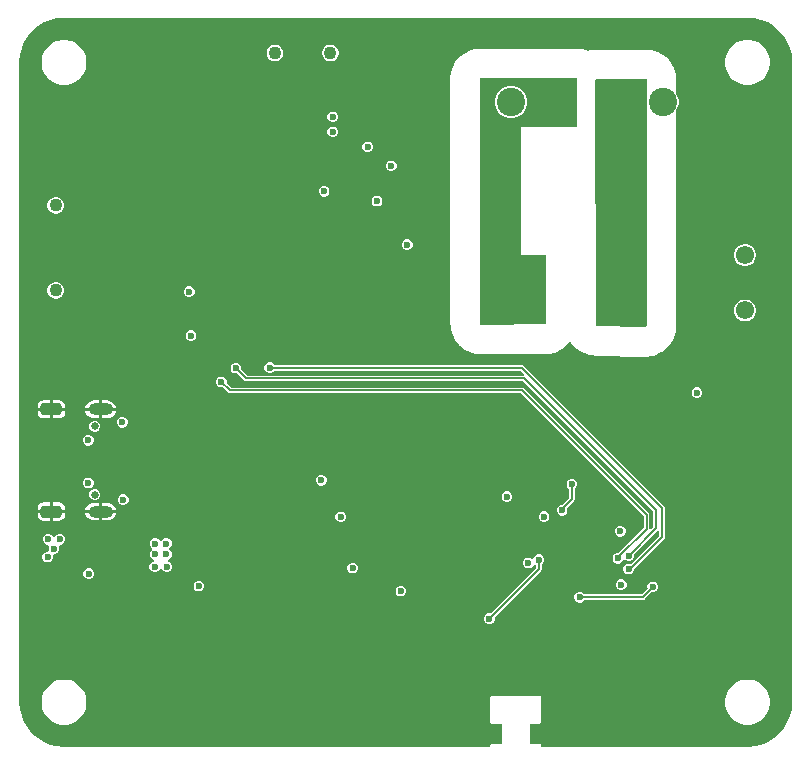
<source format=gbl>
G04*
G04 #@! TF.GenerationSoftware,Altium Limited,Altium Designer,24.4.1 (13)*
G04*
G04 Layer_Physical_Order=4*
G04 Layer_Color=16711680*
%FSLAX44Y44*%
%MOMM*%
G71*
G04*
G04 #@! TF.SameCoordinates,CB49997C-C3C6-4264-A903-5888FDE2464A*
G04*
G04*
G04 #@! TF.FilePolarity,Positive*
G04*
G01*
G75*
%ADD18C,0.1524*%
%ADD111C,1.5494*%
%ADD119C,0.1540*%
%ADD125C,2.4000*%
%ADD126R,1.8000X1.8000*%
%ADD127C,1.8000*%
%ADD128C,1.1000*%
%ADD129C,0.6500*%
%ADD130O,2.1000X1.0000*%
G04:AMPARAMS|DCode=131|XSize=1.8mm|YSize=1mm|CornerRadius=0.25mm|HoleSize=0mm|Usage=FLASHONLY|Rotation=0.000|XOffset=0mm|YOffset=0mm|HoleType=Round|Shape=RoundedRectangle|*
%AMROUNDEDRECTD131*
21,1,1.8000,0.5000,0,0,0.0*
21,1,1.3000,1.0000,0,0,0.0*
1,1,0.5000,0.6500,-0.2500*
1,1,0.5000,-0.6500,-0.2500*
1,1,0.5000,-0.6500,0.2500*
1,1,0.5000,0.6500,0.2500*
%
%ADD131ROUNDEDRECTD131*%
%ADD132C,0.6000*%
%ADD133C,0.6096*%
G36*
X878919Y1032619D02*
X884692Y1031233D01*
X890177Y1028961D01*
X895239Y1025859D01*
X899753Y1022003D01*
X903609Y1017489D01*
X906711Y1012427D01*
X908983Y1006942D01*
X910369Y1001169D01*
X910824Y995379D01*
X910799Y995250D01*
Y453500D01*
X910824Y453371D01*
X910369Y447581D01*
X908983Y441809D01*
X906711Y436324D01*
X903609Y431261D01*
X899753Y426747D01*
X895239Y422891D01*
X890177Y419789D01*
X884692Y417517D01*
X878919Y416131D01*
X873129Y415676D01*
X873000Y415701D01*
X698400D01*
Y416750D01*
X697916Y417916D01*
X696750Y418400D01*
X688400D01*
Y435100D01*
X696750D01*
X697916Y435584D01*
X698400Y436750D01*
Y457250D01*
X697916Y458416D01*
X696750Y458900D01*
X656750D01*
X655584Y458416D01*
X655100Y457250D01*
Y436750D01*
X655584Y435584D01*
X656750Y435100D01*
X665350D01*
Y418400D01*
X656750D01*
X655584Y417916D01*
X655100Y416750D01*
Y415701D01*
X294250D01*
X294121Y415676D01*
X288331Y416131D01*
X282558Y417517D01*
X277073Y419789D01*
X272011Y422891D01*
X267497Y426747D01*
X263641Y431261D01*
X260539Y436324D01*
X258267Y441809D01*
X256881Y447581D01*
X256426Y453371D01*
X256451Y453500D01*
Y995250D01*
X256426Y995379D01*
X256881Y1001169D01*
X258267Y1006942D01*
X260539Y1012427D01*
X263641Y1017489D01*
X267497Y1022003D01*
X272011Y1025859D01*
X277073Y1028961D01*
X282558Y1031233D01*
X288331Y1032619D01*
X294121Y1033074D01*
X294250Y1033049D01*
X872500D01*
X873000Y1033053D01*
Y1033053D01*
X873032Y1033082D01*
X878919Y1032619D01*
D02*
G37*
%LPC*%
G36*
X520675Y1010024D02*
X518825D01*
X517039Y1009545D01*
X515437Y1008621D01*
X514129Y1007313D01*
X513205Y1005711D01*
X512726Y1003925D01*
Y1002075D01*
X513205Y1000289D01*
X514129Y998687D01*
X515437Y997379D01*
X517039Y996455D01*
X518825Y995976D01*
X520675D01*
X522461Y996455D01*
X524063Y997379D01*
X525371Y998687D01*
X526295Y1000289D01*
X526774Y1002075D01*
Y1003925D01*
X526295Y1005711D01*
X525371Y1007313D01*
X524063Y1008621D01*
X522461Y1009545D01*
X520675Y1010024D01*
D02*
G37*
G36*
X473675D02*
X471825D01*
X470039Y1009545D01*
X468437Y1008621D01*
X467129Y1007313D01*
X466205Y1005711D01*
X465726Y1003925D01*
Y1002075D01*
X466205Y1000289D01*
X467129Y998687D01*
X468437Y997379D01*
X470039Y996455D01*
X471825Y995976D01*
X473675D01*
X475461Y996455D01*
X477063Y997379D01*
X478371Y998687D01*
X479295Y1000289D01*
X479774Y1002075D01*
Y1003925D01*
X479295Y1005711D01*
X478371Y1007313D01*
X477063Y1008621D01*
X475461Y1009545D01*
X473675Y1010024D01*
D02*
G37*
G36*
X874874Y1014274D02*
X871126D01*
X867451Y1013543D01*
X863989Y1012109D01*
X860873Y1010027D01*
X858223Y1007377D01*
X856141Y1004261D01*
X854707Y1000799D01*
X853976Y997124D01*
Y993376D01*
X854707Y989701D01*
X856141Y986239D01*
X858223Y983123D01*
X860873Y980473D01*
X863989Y978391D01*
X867451Y976957D01*
X871126Y976226D01*
X874874D01*
X878549Y976957D01*
X882011Y978391D01*
X885127Y980473D01*
X887777Y983123D01*
X889859Y986239D01*
X891293Y989701D01*
X892024Y993376D01*
Y997124D01*
X891293Y1000799D01*
X889859Y1004261D01*
X887777Y1007377D01*
X885127Y1010027D01*
X882011Y1012109D01*
X878549Y1013543D01*
X874874Y1014274D01*
D02*
G37*
G36*
X296124D02*
X292376D01*
X288701Y1013543D01*
X285239Y1012109D01*
X282123Y1010027D01*
X279473Y1007377D01*
X277391Y1004261D01*
X275957Y1000799D01*
X275226Y997124D01*
Y993376D01*
X275957Y989701D01*
X277391Y986239D01*
X279473Y983123D01*
X282123Y980473D01*
X285239Y978391D01*
X288701Y976957D01*
X292376Y976226D01*
X296124D01*
X299799Y976957D01*
X303261Y978391D01*
X306377Y980473D01*
X309027Y983123D01*
X311109Y986239D01*
X312543Y989701D01*
X313274Y993376D01*
Y997124D01*
X312543Y1000799D01*
X311109Y1004261D01*
X309027Y1007377D01*
X306377Y1010027D01*
X303261Y1012109D01*
X299799Y1013543D01*
X296124Y1014274D01*
D02*
G37*
G36*
X522650Y953524D02*
X520850D01*
X519187Y952835D01*
X517915Y951563D01*
X517226Y949900D01*
Y948100D01*
X517915Y946437D01*
X519187Y945165D01*
X520850Y944476D01*
X522650D01*
X524313Y945165D01*
X525585Y946437D01*
X526274Y948100D01*
Y949900D01*
X525585Y951563D01*
X524313Y952835D01*
X522650Y953524D01*
D02*
G37*
G36*
Y940774D02*
X520850D01*
X519187Y940085D01*
X517915Y938813D01*
X517226Y937150D01*
Y935350D01*
X517915Y933687D01*
X519187Y932415D01*
X520850Y931726D01*
X522650D01*
X524313Y932415D01*
X525585Y933687D01*
X526274Y935350D01*
Y937150D01*
X525585Y938813D01*
X524313Y940085D01*
X522650Y940774D01*
D02*
G37*
G36*
X552150Y928024D02*
X550350D01*
X548687Y927335D01*
X547415Y926063D01*
X546726Y924400D01*
Y922600D01*
X547415Y920937D01*
X548687Y919665D01*
X550350Y918976D01*
X552150D01*
X553813Y919665D01*
X555085Y920937D01*
X555774Y922600D01*
Y924400D01*
X555085Y926063D01*
X553813Y927335D01*
X552150Y928024D01*
D02*
G37*
G36*
X572150Y912024D02*
X570350D01*
X568687Y911335D01*
X567415Y910063D01*
X566726Y908400D01*
Y906600D01*
X567415Y904937D01*
X568687Y903665D01*
X570350Y902976D01*
X572150D01*
X573813Y903665D01*
X575085Y904937D01*
X575774Y906600D01*
Y908400D01*
X575085Y910063D01*
X573813Y911335D01*
X572150Y912024D01*
D02*
G37*
G36*
X515400Y890524D02*
X513600D01*
X511937Y889835D01*
X510665Y888563D01*
X509976Y886900D01*
Y885100D01*
X510665Y883437D01*
X511937Y882165D01*
X513600Y881476D01*
X515400D01*
X517063Y882165D01*
X518335Y883437D01*
X519024Y885100D01*
Y886900D01*
X518335Y888563D01*
X517063Y889835D01*
X515400Y890524D01*
D02*
G37*
G36*
X560150Y882274D02*
X558350D01*
X556687Y881585D01*
X555415Y880313D01*
X554726Y878650D01*
Y876850D01*
X555415Y875187D01*
X556687Y873915D01*
X558350Y873226D01*
X560150D01*
X561813Y873915D01*
X563085Y875187D01*
X563774Y876850D01*
Y878650D01*
X563085Y880313D01*
X561813Y881585D01*
X560150Y882274D01*
D02*
G37*
G36*
X288175Y881024D02*
X286325D01*
X284539Y880545D01*
X282937Y879621D01*
X281629Y878313D01*
X280705Y876711D01*
X280226Y874925D01*
Y873075D01*
X280705Y871289D01*
X281629Y869687D01*
X282937Y868379D01*
X284539Y867455D01*
X286325Y866976D01*
X288175D01*
X289961Y867455D01*
X291563Y868379D01*
X292871Y869687D01*
X293795Y871289D01*
X294274Y873075D01*
Y874925D01*
X293795Y876711D01*
X292871Y878313D01*
X291563Y879621D01*
X289961Y880545D01*
X288175Y881024D01*
D02*
G37*
G36*
X585900Y845274D02*
X584100D01*
X582437Y844585D01*
X581165Y843313D01*
X580476Y841650D01*
Y839850D01*
X581165Y838187D01*
X582437Y836915D01*
X584100Y836226D01*
X585900D01*
X587563Y836915D01*
X588835Y838187D01*
X589524Y839850D01*
Y841650D01*
X588835Y843313D01*
X587563Y844585D01*
X585900Y845274D01*
D02*
G37*
G36*
X872135Y841312D02*
X869694D01*
X867336Y840680D01*
X865222Y839460D01*
X863496Y837734D01*
X862275Y835619D01*
X861643Y833261D01*
Y830820D01*
X862275Y828463D01*
X863496Y826348D01*
X865222Y824622D01*
X867336Y823402D01*
X869694Y822770D01*
X872135D01*
X874493Y823402D01*
X876607Y824622D01*
X878333Y826348D01*
X879554Y828463D01*
X880185Y830820D01*
Y833261D01*
X879554Y835619D01*
X878333Y837734D01*
X876607Y839460D01*
X874493Y840680D01*
X872135Y841312D01*
D02*
G37*
G36*
X401150Y805524D02*
X399350D01*
X397687Y804835D01*
X396415Y803563D01*
X395726Y801900D01*
Y800100D01*
X396415Y798437D01*
X397687Y797165D01*
X399350Y796476D01*
X401150D01*
X402813Y797165D01*
X404085Y798437D01*
X404774Y800100D01*
Y801900D01*
X404085Y803563D01*
X402813Y804835D01*
X401150Y805524D01*
D02*
G37*
G36*
X288175Y809024D02*
X286325D01*
X284539Y808545D01*
X282937Y807621D01*
X281629Y806313D01*
X280705Y804711D01*
X280226Y802925D01*
Y801075D01*
X280705Y799289D01*
X281629Y797687D01*
X282937Y796379D01*
X284539Y795455D01*
X286325Y794976D01*
X288175D01*
X289961Y795455D01*
X291563Y796379D01*
X292871Y797687D01*
X293795Y799289D01*
X294274Y801075D01*
Y802925D01*
X293795Y804711D01*
X292871Y806313D01*
X291563Y807621D01*
X289961Y808545D01*
X288175Y809024D01*
D02*
G37*
G36*
X872135Y794322D02*
X869694D01*
X867336Y793690D01*
X865222Y792470D01*
X863496Y790743D01*
X862275Y788629D01*
X861643Y786272D01*
Y783830D01*
X862275Y781472D01*
X863496Y779358D01*
X865222Y777632D01*
X867336Y776412D01*
X869694Y775780D01*
X872135D01*
X874493Y776412D01*
X876607Y777632D01*
X878333Y779358D01*
X879554Y781472D01*
X880185Y783830D01*
Y786272D01*
X879554Y788629D01*
X878333Y790743D01*
X876607Y792470D01*
X874493Y793690D01*
X872135Y794322D01*
D02*
G37*
G36*
X402650Y768274D02*
X400850D01*
X399187Y767585D01*
X397915Y766313D01*
X397226Y764650D01*
Y762850D01*
X397915Y761187D01*
X399187Y759915D01*
X400850Y759226D01*
X402650D01*
X404313Y759915D01*
X405585Y761187D01*
X406274Y762850D01*
Y764650D01*
X405585Y766313D01*
X404313Y767585D01*
X402650Y768274D01*
D02*
G37*
G36*
X728500Y1006621D02*
X646500D01*
X641599Y1006138D01*
X636887Y1004709D01*
X632543Y1002387D01*
X628737Y999263D01*
X625613Y995456D01*
X623291Y991113D01*
X621862Y986401D01*
X621379Y981500D01*
Y774022D01*
X621382Y773988D01*
X621379Y773952D01*
X621624Y771532D01*
X621862Y769121D01*
X621872Y769088D01*
X621875Y769053D01*
X622587Y766730D01*
X623291Y764409D01*
X623308Y764378D01*
X623318Y764344D01*
X624468Y762208D01*
X625613Y760066D01*
X625635Y760039D01*
X625652Y760008D01*
X627194Y758139D01*
X628737Y756259D01*
X628764Y756237D01*
X628786Y756210D01*
X629867Y755135D01*
X629894Y755113D01*
X629916Y755086D01*
X631804Y753554D01*
X633682Y752022D01*
X633713Y752005D01*
X633740Y751983D01*
X635890Y750849D01*
X638032Y749712D01*
X638065Y749702D01*
X638096Y749686D01*
X640425Y748994D01*
X642748Y748296D01*
X642783Y748292D01*
X642817Y748283D01*
X645231Y748058D01*
X647651Y747827D01*
X647685Y747830D01*
X647720Y747827D01*
X702140Y748129D01*
X704520Y748377D01*
X706901Y748612D01*
X706968Y748632D01*
X707038Y748639D01*
X709323Y749346D01*
X711613Y750041D01*
X711675Y750074D01*
X711742Y750095D01*
X713846Y751235D01*
X715956Y752363D01*
X716011Y752407D01*
X716072Y752440D01*
X717913Y753969D01*
X719763Y755487D01*
X719808Y755541D01*
X719862Y755586D01*
X721369Y757443D01*
X721907Y758099D01*
X722531Y758226D01*
X723066Y758190D01*
X723764Y757960D01*
X723819Y757858D01*
X725178Y756216D01*
X726494Y754537D01*
X726746Y754320D01*
X726958Y754064D01*
X728612Y752717D01*
X730229Y751328D01*
X730519Y751164D01*
X730777Y750954D01*
X732661Y749956D01*
X734519Y748909D01*
X734835Y748805D01*
X735129Y748650D01*
X737171Y748038D01*
X739198Y747374D01*
X739528Y747334D01*
X739847Y747238D01*
X741970Y747037D01*
X744086Y746780D01*
X785844Y745839D01*
X785985Y745849D01*
X786127Y745834D01*
X788442Y746036D01*
X790754Y746211D01*
X790891Y746249D01*
X791033Y746261D01*
X793262Y746910D01*
X795498Y747533D01*
X795625Y747598D01*
X795761Y747637D01*
X797819Y748708D01*
X799892Y749756D01*
X800004Y749844D01*
X800130Y749910D01*
X801940Y751361D01*
X803768Y752794D01*
X803861Y752902D01*
X803972Y752991D01*
X805062Y754056D01*
X805153Y754165D01*
X805263Y754255D01*
X806736Y756050D01*
X808229Y757827D01*
X808297Y757952D01*
X808387Y758062D01*
X809482Y760109D01*
X810599Y762144D01*
X810642Y762280D01*
X810709Y762405D01*
X811382Y764626D01*
X812081Y766840D01*
X812097Y766982D01*
X812138Y767118D01*
X812366Y769426D01*
X812619Y771735D01*
X812607Y771877D01*
X812621Y772019D01*
Y954830D01*
X813602Y956530D01*
X814524Y959969D01*
Y963531D01*
X813602Y966970D01*
X812621Y968670D01*
Y980750D01*
X812138Y985651D01*
X810709Y990363D01*
X808387Y994706D01*
X805263Y998513D01*
X801457Y1001637D01*
X797113Y1003959D01*
X792401Y1005388D01*
X787500Y1005871D01*
X744930D01*
X744906Y1005869D01*
X744882Y1005871D01*
X742450Y1005627D01*
X740029Y1005388D01*
X740006Y1005381D01*
X739982Y1005379D01*
X737950Y1004758D01*
X733401Y1006138D01*
X728500Y1006621D01*
D02*
G37*
G36*
X469400Y741024D02*
X467600D01*
X465937Y740335D01*
X464665Y739063D01*
X463976Y737400D01*
Y735600D01*
X464665Y733937D01*
X465937Y732665D01*
X467600Y731976D01*
X469400D01*
X471063Y732665D01*
X472335Y733937D01*
X472431Y734169D01*
X681153D01*
X683968Y731355D01*
X683336Y729831D01*
X449465D01*
X444178Y735118D01*
X444274Y735350D01*
Y737150D01*
X443585Y738813D01*
X442313Y740085D01*
X440650Y740774D01*
X438850D01*
X437187Y740085D01*
X435915Y738813D01*
X435226Y737150D01*
Y735350D01*
X435915Y733687D01*
X437187Y732415D01*
X438850Y731726D01*
X440650D01*
X440882Y731822D01*
X446852Y725852D01*
X447608Y725347D01*
X448500Y725169D01*
X683035D01*
X793169Y615035D01*
Y601465D01*
X791221Y599517D01*
X789816Y600268D01*
X789839Y600382D01*
Y612000D01*
X789661Y612895D01*
X789154Y613654D01*
X683654Y719154D01*
X682895Y719661D01*
X682000Y719839D01*
X435469D01*
X431931Y723376D01*
X432024Y723600D01*
Y725400D01*
X431335Y727063D01*
X430063Y728335D01*
X428400Y729024D01*
X426600D01*
X424937Y728335D01*
X423665Y727063D01*
X422976Y725400D01*
Y723600D01*
X423665Y721937D01*
X424937Y720665D01*
X426600Y719976D01*
X428400D01*
X428624Y720069D01*
X432846Y715846D01*
X433605Y715339D01*
X434500Y715161D01*
X681031D01*
X785161Y611031D01*
Y601351D01*
X763584Y579774D01*
X762350D01*
X760687Y579085D01*
X759415Y577813D01*
X758726Y576150D01*
Y574350D01*
X759415Y572687D01*
X760687Y571415D01*
X762350Y570726D01*
X764150D01*
X765813Y571415D01*
X767085Y572687D01*
X767579Y573879D01*
X768903Y574326D01*
X769285Y574318D01*
X769937Y573665D01*
X771600Y572976D01*
X773400D01*
X775063Y573665D01*
X776335Y574937D01*
X777024Y576600D01*
Y578400D01*
X776928Y578632D01*
X796895Y598599D01*
X797880Y598368D01*
X798419Y598011D01*
Y593912D01*
X774625Y570118D01*
X773224Y570698D01*
X771424D01*
X769761Y570009D01*
X768489Y568737D01*
X767800Y567074D01*
Y565274D01*
X768489Y563611D01*
X769761Y562339D01*
X771424Y561650D01*
X773224D01*
X774887Y562339D01*
X776159Y563611D01*
X776848Y565274D01*
Y565803D01*
X777013Y565913D01*
X802398Y591298D01*
X802903Y592054D01*
X803081Y592946D01*
Y617869D01*
X802903Y618761D01*
X802398Y619517D01*
X683767Y738148D01*
X683011Y738653D01*
X682119Y738831D01*
X472431D01*
X472335Y739063D01*
X471063Y740335D01*
X469400Y741024D01*
D02*
G37*
G36*
X831025Y719899D02*
X829225D01*
X827562Y719210D01*
X826290Y717938D01*
X825601Y716275D01*
Y714475D01*
X826290Y712812D01*
X827562Y711540D01*
X829225Y710851D01*
X831025D01*
X832688Y711540D01*
X833960Y712812D01*
X834649Y714475D01*
Y716275D01*
X833960Y717938D01*
X832688Y719210D01*
X831025Y719899D01*
D02*
G37*
G36*
X330750Y708855D02*
X326520D01*
Y702520D01*
X338188D01*
X338096Y703218D01*
X337336Y705052D01*
X336128Y706628D01*
X334552Y707836D01*
X332718Y708596D01*
X330750Y708855D01*
D02*
G37*
G36*
X323980D02*
X319750D01*
X317782Y708596D01*
X315947Y707836D01*
X314372Y706628D01*
X313164Y705052D01*
X312404Y703218D01*
X312312Y702520D01*
X323980D01*
Y708855D01*
D02*
G37*
G36*
X289950Y708889D02*
X284720D01*
Y702520D01*
X295089D01*
Y703750D01*
X294698Y705716D01*
X293584Y707384D01*
X291917Y708497D01*
X289950Y708889D01*
D02*
G37*
G36*
X282180D02*
X276950D01*
X274984Y708497D01*
X273316Y707384D01*
X272202Y705716D01*
X271811Y703750D01*
Y702520D01*
X282180D01*
Y708889D01*
D02*
G37*
G36*
X338188Y699980D02*
X326520D01*
Y693645D01*
X330750D01*
X332718Y693904D01*
X334552Y694664D01*
X336128Y695872D01*
X337336Y697447D01*
X338096Y699282D01*
X338188Y699980D01*
D02*
G37*
G36*
X323980D02*
X312312D01*
X312404Y699282D01*
X313164Y697447D01*
X314372Y695872D01*
X315947Y694664D01*
X317782Y693904D01*
X319750Y693645D01*
X323980D01*
Y699980D01*
D02*
G37*
G36*
X295089D02*
X284720D01*
Y693611D01*
X289950D01*
X291917Y694002D01*
X293584Y695116D01*
X294698Y696784D01*
X295089Y698750D01*
Y699980D01*
D02*
G37*
G36*
X282180D02*
X271811D01*
Y698750D01*
X272202Y696784D01*
X273316Y695116D01*
X274984Y694002D01*
X276950Y693611D01*
X282180D01*
Y699980D01*
D02*
G37*
G36*
X344400Y695024D02*
X342600D01*
X340937Y694335D01*
X339665Y693063D01*
X338976Y691400D01*
Y689600D01*
X339665Y687937D01*
X340937Y686665D01*
X342600Y685976D01*
X344400D01*
X346063Y686665D01*
X347335Y687937D01*
X348024Y689600D01*
Y691400D01*
X347335Y693063D01*
X346063Y694335D01*
X344400Y695024D01*
D02*
G37*
G36*
X321200Y691724D02*
X319300D01*
X317546Y690997D01*
X316203Y689654D01*
X315476Y687900D01*
Y686000D01*
X316203Y684246D01*
X317546Y682903D01*
X319300Y682176D01*
X321200D01*
X322954Y682903D01*
X324297Y684246D01*
X325024Y686000D01*
Y687900D01*
X324297Y689654D01*
X322954Y690997D01*
X321200Y691724D01*
D02*
G37*
G36*
X315650Y679774D02*
X313850D01*
X312187Y679085D01*
X310915Y677813D01*
X310226Y676150D01*
Y674350D01*
X310915Y672687D01*
X312187Y671415D01*
X313850Y670726D01*
X315650D01*
X317313Y671415D01*
X318585Y672687D01*
X319274Y674350D01*
Y676150D01*
X318585Y677813D01*
X317313Y679085D01*
X315650Y679774D01*
D02*
G37*
G36*
X512900Y645774D02*
X511100D01*
X509437Y645085D01*
X508165Y643813D01*
X507476Y642150D01*
Y640350D01*
X508165Y638687D01*
X509437Y637415D01*
X511100Y636726D01*
X512900D01*
X514563Y637415D01*
X515835Y638687D01*
X516524Y640350D01*
Y642150D01*
X515835Y643813D01*
X514563Y645085D01*
X512900Y645774D01*
D02*
G37*
G36*
X315650Y643524D02*
X313850D01*
X312187Y642835D01*
X310915Y641563D01*
X310226Y639900D01*
Y638100D01*
X310915Y636437D01*
X312187Y635165D01*
X313850Y634476D01*
X315650D01*
X317313Y635165D01*
X318585Y636437D01*
X319274Y638100D01*
Y639900D01*
X318585Y641563D01*
X317313Y642835D01*
X315650Y643524D01*
D02*
G37*
G36*
X321200Y633924D02*
X319300D01*
X317546Y633197D01*
X316203Y631854D01*
X315476Y630100D01*
Y628200D01*
X316203Y626446D01*
X317546Y625103D01*
X319300Y624376D01*
X321200D01*
X322954Y625103D01*
X324297Y626446D01*
X325024Y628200D01*
Y630100D01*
X324297Y631854D01*
X322954Y633197D01*
X321200Y633924D01*
D02*
G37*
G36*
X670150Y632024D02*
X668350D01*
X666687Y631335D01*
X665415Y630063D01*
X664726Y628400D01*
Y626600D01*
X665415Y624937D01*
X666687Y623665D01*
X668350Y622976D01*
X670150D01*
X671813Y623665D01*
X673085Y624937D01*
X673774Y626600D01*
Y628400D01*
X673085Y630063D01*
X671813Y631335D01*
X670150Y632024D01*
D02*
G37*
G36*
X345400Y629524D02*
X343600D01*
X341937Y628835D01*
X340665Y627563D01*
X339976Y625900D01*
Y624100D01*
X340665Y622437D01*
X341937Y621165D01*
X343600Y620476D01*
X345400D01*
X347063Y621165D01*
X348335Y622437D01*
X349024Y624100D01*
Y625900D01*
X348335Y627563D01*
X347063Y628835D01*
X345400Y629524D01*
D02*
G37*
G36*
X330750Y622455D02*
X326520D01*
Y616120D01*
X338188D01*
X338096Y616818D01*
X337336Y618652D01*
X336128Y620228D01*
X334552Y621436D01*
X332718Y622196D01*
X330750Y622455D01*
D02*
G37*
G36*
X323980D02*
X319750D01*
X317782Y622196D01*
X315947Y621436D01*
X314372Y620228D01*
X313164Y618652D01*
X312404Y616818D01*
X312312Y616120D01*
X323980D01*
Y622455D01*
D02*
G37*
G36*
X289950Y622489D02*
X284720D01*
Y616120D01*
X295089D01*
Y617350D01*
X294698Y619316D01*
X293584Y620984D01*
X291917Y622098D01*
X289950Y622489D01*
D02*
G37*
G36*
X282180D02*
X276950D01*
X274984Y622098D01*
X273316Y620984D01*
X272202Y619316D01*
X271811Y617350D01*
Y616120D01*
X282180D01*
Y622489D01*
D02*
G37*
G36*
X725150Y642618D02*
X723350D01*
X721687Y641929D01*
X720415Y640657D01*
X719726Y638994D01*
Y637194D01*
X720415Y635531D01*
X721687Y634259D01*
X721919Y634163D01*
Y626465D01*
X715978Y620524D01*
X715100D01*
X713437Y619835D01*
X712165Y618563D01*
X711476Y616900D01*
Y615100D01*
X712165Y613437D01*
X713437Y612165D01*
X715100Y611476D01*
X716900D01*
X718563Y612165D01*
X719835Y613437D01*
X720524Y615100D01*
Y616900D01*
X720062Y618016D01*
X725898Y623852D01*
X726403Y624608D01*
X726581Y625500D01*
Y634163D01*
X726813Y634259D01*
X728085Y635531D01*
X728774Y637194D01*
Y638994D01*
X728085Y640657D01*
X726813Y641929D01*
X725150Y642618D01*
D02*
G37*
G36*
X338188Y613580D02*
X326520D01*
Y607245D01*
X330750D01*
X332718Y607504D01*
X334552Y608264D01*
X336128Y609472D01*
X337336Y611048D01*
X338096Y612882D01*
X338188Y613580D01*
D02*
G37*
G36*
X323980D02*
X312312D01*
X312404Y612882D01*
X313164Y611048D01*
X314372Y609472D01*
X315947Y608264D01*
X317782Y607504D01*
X319750Y607245D01*
X323980D01*
Y613580D01*
D02*
G37*
G36*
X295089D02*
X284720D01*
Y607211D01*
X289950D01*
X291917Y607602D01*
X293584Y608716D01*
X294698Y610383D01*
X295089Y612350D01*
Y613580D01*
D02*
G37*
G36*
X282180D02*
X271811D01*
Y612350D01*
X272202Y610383D01*
X273316Y608716D01*
X274984Y607602D01*
X276950Y607211D01*
X282180D01*
Y613580D01*
D02*
G37*
G36*
X701650Y615024D02*
X699850D01*
X698187Y614335D01*
X696915Y613063D01*
X696226Y611400D01*
Y609600D01*
X696915Y607937D01*
X698187Y606665D01*
X699850Y605976D01*
X701650D01*
X703313Y606665D01*
X704585Y607937D01*
X705274Y609600D01*
Y611400D01*
X704585Y613063D01*
X703313Y614335D01*
X701650Y615024D01*
D02*
G37*
G36*
X529400Y614774D02*
X527600D01*
X525937Y614085D01*
X524665Y612813D01*
X523976Y611150D01*
Y609350D01*
X524665Y607687D01*
X525937Y606415D01*
X527600Y605726D01*
X529400D01*
X531063Y606415D01*
X532335Y607687D01*
X533024Y609350D01*
Y611150D01*
X532335Y612813D01*
X531063Y614085D01*
X529400Y614774D01*
D02*
G37*
G36*
X766150Y602524D02*
X764350D01*
X762687Y601835D01*
X761415Y600563D01*
X760726Y598900D01*
Y597100D01*
X761415Y595437D01*
X762687Y594165D01*
X764350Y593476D01*
X766150D01*
X767813Y594165D01*
X769085Y595437D01*
X769774Y597100D01*
Y598900D01*
X769085Y600563D01*
X767813Y601835D01*
X766150Y602524D01*
D02*
G37*
G36*
X291400Y595774D02*
X289600D01*
X287937Y595085D01*
X286665Y593813D01*
X286450Y593294D01*
X284800D01*
X284585Y593813D01*
X283313Y595085D01*
X281650Y595774D01*
X279850D01*
X278187Y595085D01*
X276915Y593813D01*
X276226Y592150D01*
Y590350D01*
X276915Y588687D01*
X278187Y587415D01*
X279850Y586726D01*
X280769D01*
X280889Y586630D01*
X281664Y585208D01*
X281226Y584150D01*
Y582350D01*
X281248Y582298D01*
X280229Y580774D01*
X279600D01*
X277937Y580085D01*
X276665Y578813D01*
X275976Y577150D01*
Y575350D01*
X276665Y573687D01*
X277937Y572415D01*
X279600Y571726D01*
X281400D01*
X283063Y572415D01*
X284335Y573687D01*
X285024Y575350D01*
Y577150D01*
X285002Y577202D01*
X286021Y578726D01*
X286650D01*
X288313Y579415D01*
X289585Y580687D01*
X290274Y582350D01*
Y584150D01*
X289838Y585202D01*
X290612Y586631D01*
X290731Y586726D01*
X291400D01*
X293063Y587415D01*
X294335Y588687D01*
X295024Y590350D01*
Y592150D01*
X294335Y593813D01*
X293063Y595085D01*
X291400Y595774D01*
D02*
G37*
G36*
X381900Y592274D02*
X380100D01*
X378437Y591585D01*
X377165Y590313D01*
X377075Y590095D01*
X375425D01*
X375335Y590313D01*
X374063Y591585D01*
X372400Y592274D01*
X370600D01*
X368937Y591585D01*
X367665Y590313D01*
X366976Y588650D01*
Y586850D01*
X367665Y585187D01*
X368937Y583915D01*
Y582335D01*
X367665Y581063D01*
X366976Y579400D01*
Y577600D01*
X367665Y575937D01*
X368937Y574665D01*
X370542Y574000D01*
X370600Y573976D01*
X370430Y572552D01*
X370430D01*
X370430Y572552D01*
X370100Y572524D01*
X368437Y571835D01*
X367165Y570563D01*
X366476Y568900D01*
Y567100D01*
X367165Y565437D01*
X368437Y564165D01*
X370100Y563476D01*
X371900D01*
X373563Y564165D01*
X374835Y565437D01*
X375318Y566603D01*
X376932D01*
X377415Y565437D01*
X378687Y564165D01*
X380350Y563476D01*
X382150D01*
X383813Y564165D01*
X385085Y565437D01*
X385774Y567100D01*
Y568900D01*
X385085Y570563D01*
X383813Y571835D01*
X382150Y572524D01*
X382074D01*
X381900Y573976D01*
X383563Y574665D01*
X384835Y575937D01*
X385524Y577600D01*
Y579400D01*
X384835Y581063D01*
X383563Y582335D01*
Y583915D01*
X384835Y585187D01*
X385524Y586850D01*
Y588650D01*
X384835Y590313D01*
X383563Y591585D01*
X381900Y592274D01*
D02*
G37*
G36*
X697150Y578524D02*
X695350D01*
X693687Y577835D01*
X692415Y576563D01*
X691924Y575379D01*
X690594Y574924D01*
X690216Y574932D01*
X690063Y575085D01*
X688400Y575774D01*
X686600D01*
X684937Y575085D01*
X683665Y573813D01*
X682976Y572150D01*
Y570350D01*
X683665Y568687D01*
X684937Y567415D01*
X686600Y566726D01*
X688400D01*
X690063Y567415D01*
X691335Y568687D01*
X691503Y569093D01*
X693234Y569663D01*
X694003Y569195D01*
Y566799D01*
X655632Y528428D01*
X655400Y528524D01*
X653600D01*
X651937Y527835D01*
X650665Y526563D01*
X649976Y524900D01*
Y523100D01*
X650665Y521437D01*
X651937Y520165D01*
X653600Y519476D01*
X655400D01*
X657063Y520165D01*
X658335Y521437D01*
X659024Y523100D01*
Y524900D01*
X658928Y525132D01*
X697982Y564185D01*
X698487Y564941D01*
X698664Y565833D01*
Y570103D01*
X698813Y570165D01*
X700085Y571437D01*
X700774Y573100D01*
Y574900D01*
X700085Y576563D01*
X698813Y577835D01*
X697150Y578524D01*
D02*
G37*
G36*
X539650Y571524D02*
X537850D01*
X536187Y570835D01*
X534915Y569563D01*
X534226Y567900D01*
Y566100D01*
X534915Y564437D01*
X536187Y563165D01*
X537850Y562476D01*
X539650D01*
X541313Y563165D01*
X542585Y564437D01*
X543274Y566100D01*
Y567900D01*
X542585Y569563D01*
X541313Y570835D01*
X539650Y571524D01*
D02*
G37*
G36*
X316150Y566774D02*
X314350D01*
X312687Y566085D01*
X311415Y564813D01*
X310726Y563150D01*
Y561350D01*
X311415Y559687D01*
X312687Y558415D01*
X314350Y557726D01*
X316150D01*
X317813Y558415D01*
X319085Y559687D01*
X319774Y561350D01*
Y563150D01*
X319085Y564813D01*
X317813Y566085D01*
X316150Y566774D01*
D02*
G37*
G36*
X766900Y557524D02*
X765100D01*
X763437Y556835D01*
X762165Y555563D01*
X761476Y553900D01*
Y552100D01*
X762165Y550437D01*
X763437Y549165D01*
X765100Y548476D01*
X766900D01*
X768563Y549165D01*
X769835Y550437D01*
X770524Y552100D01*
Y553900D01*
X769835Y555563D01*
X768563Y556835D01*
X766900Y557524D01*
D02*
G37*
G36*
X409400Y556274D02*
X407600D01*
X405937Y555585D01*
X404665Y554313D01*
X403976Y552650D01*
Y550850D01*
X404665Y549187D01*
X405937Y547915D01*
X407600Y547226D01*
X409400D01*
X411063Y547915D01*
X412335Y549187D01*
X413024Y550850D01*
Y552650D01*
X412335Y554313D01*
X411063Y555585D01*
X409400Y556274D01*
D02*
G37*
G36*
X793650Y555524D02*
X791850D01*
X790187Y554835D01*
X788915Y553563D01*
X788226Y551900D01*
Y550100D01*
X788322Y549868D01*
X783285Y544831D01*
X734747D01*
X733520Y546058D01*
X731857Y546747D01*
X730057D01*
X728395Y546058D01*
X727122Y544785D01*
X726433Y543123D01*
Y541323D01*
X727122Y539660D01*
X728395Y538388D01*
X730057Y537699D01*
X731857D01*
X733520Y538388D01*
X734792Y539660D01*
X735003Y540169D01*
X784250D01*
X785142Y540347D01*
X785898Y540852D01*
X791618Y546572D01*
X791850Y546476D01*
X793650D01*
X795313Y547165D01*
X796585Y548437D01*
X797274Y550100D01*
Y551900D01*
X796585Y553563D01*
X795313Y554835D01*
X793650Y555524D01*
D02*
G37*
G36*
X580400Y552024D02*
X578600D01*
X576937Y551335D01*
X575665Y550063D01*
X574976Y548400D01*
Y546600D01*
X575665Y544937D01*
X576937Y543665D01*
X578600Y542976D01*
X580400D01*
X582063Y543665D01*
X583335Y544937D01*
X584024Y546600D01*
Y548400D01*
X583335Y550063D01*
X582063Y551335D01*
X580400Y552024D01*
D02*
G37*
G36*
X874874Y472524D02*
X871126D01*
X867451Y471793D01*
X863989Y470359D01*
X860873Y468277D01*
X858223Y465627D01*
X856141Y462511D01*
X854707Y459049D01*
X853976Y455374D01*
Y451626D01*
X854707Y447951D01*
X856141Y444489D01*
X858223Y441373D01*
X860873Y438723D01*
X863989Y436641D01*
X867451Y435207D01*
X871126Y434476D01*
X874874D01*
X878549Y435207D01*
X882011Y436641D01*
X885127Y438723D01*
X887777Y441373D01*
X889859Y444489D01*
X891293Y447951D01*
X892024Y451626D01*
Y455374D01*
X891293Y459049D01*
X889859Y462511D01*
X887777Y465627D01*
X885127Y468277D01*
X882011Y470359D01*
X878549Y471793D01*
X874874Y472524D01*
D02*
G37*
G36*
X296124D02*
X292376D01*
X288701Y471793D01*
X285239Y470359D01*
X282123Y468277D01*
X279473Y465627D01*
X277391Y462511D01*
X275957Y459049D01*
X275226Y455374D01*
Y451626D01*
X275957Y447951D01*
X277391Y444489D01*
X279473Y441373D01*
X282123Y438723D01*
X285239Y436641D01*
X288701Y435207D01*
X292376Y434476D01*
X296124D01*
X299799Y435207D01*
X303261Y436641D01*
X306377Y438723D01*
X309027Y441373D01*
X311109Y444489D01*
X312543Y447951D01*
X313274Y451626D01*
Y455374D01*
X312543Y459049D01*
X311109Y462511D01*
X309027Y465627D01*
X306377Y468277D01*
X303261Y470359D01*
X299799Y471793D01*
X296124Y472524D01*
D02*
G37*
%LPD*%
G36*
X728500Y940500D02*
X681500D01*
Y832000D01*
X702000D01*
Y773250D01*
X647581Y772948D01*
X646500Y774022D01*
Y981500D01*
X728500D01*
Y940500D01*
D02*
G37*
G36*
X787500Y963620D02*
X787476Y963531D01*
Y959969D01*
X787500Y959880D01*
Y772019D01*
X786410Y770953D01*
X744653Y771895D01*
X743855Y979670D01*
X744930Y980750D01*
X787500D01*
Y963620D01*
D02*
G37*
%LPC*%
G36*
X674680Y975274D02*
X671120D01*
X667680Y974352D01*
X664596Y972572D01*
X662078Y970054D01*
X660298Y966970D01*
X659376Y963531D01*
Y959969D01*
X660298Y956530D01*
X662078Y953446D01*
X664596Y950928D01*
X667680Y949148D01*
X671120Y948226D01*
X674680D01*
X678120Y949148D01*
X681204Y950928D01*
X683722Y953446D01*
X685502Y956530D01*
X686424Y959969D01*
Y963531D01*
X685502Y966970D01*
X683722Y970054D01*
X681204Y972572D01*
X678120Y974352D01*
X674680Y975274D01*
D02*
G37*
%LPD*%
D18*
X772500Y577500D02*
X795500Y600500D01*
Y616000D01*
X800750Y592946D02*
Y617869D01*
X682119Y736500D02*
X800750Y617869D01*
X775365Y567561D02*
X800750Y592946D01*
X684000Y727500D02*
X795500Y616000D01*
X448500Y727500D02*
X684000D01*
X773535Y566174D02*
X774922Y567561D01*
X772324Y566174D02*
X773535D01*
X774922Y567561D02*
X775365D01*
X476000Y736500D02*
X682119D01*
X784250Y542500D02*
X792750Y551000D01*
X724250Y625500D02*
Y638094D01*
X716000Y617250D02*
X724250Y625500D01*
X716000Y616000D02*
Y617250D01*
X654500Y524000D02*
X696333Y565833D01*
Y573917D01*
X696250Y574000D02*
X696333Y573917D01*
X468500Y736500D02*
X468500Y736500D01*
X476000D01*
X439750Y736250D02*
X448500Y727500D01*
X731234Y542500D02*
X784250D01*
X730957Y542223D02*
X731234Y542500D01*
D111*
X685748Y785051D02*
D03*
X755852D02*
D03*
X870914D02*
D03*
Y832041D02*
D03*
D119*
X682000Y717500D02*
X787500Y612000D01*
X763250Y576132D02*
X787500Y600382D01*
Y612000D01*
X434500Y717500D02*
X682000D01*
X763250Y575250D02*
Y576132D01*
X427500Y724500D02*
X434500Y717500D01*
D125*
X672900Y961750D02*
D03*
X801000D02*
D03*
D126*
X756000Y952750D02*
D03*
D127*
X717900D02*
D03*
D128*
X287250Y874000D02*
D03*
Y802000D02*
D03*
X519750Y1003000D02*
D03*
X472750D02*
D03*
D129*
X320250Y686950D02*
D03*
Y629150D02*
D03*
D130*
X325250Y614850D02*
D03*
Y701250D02*
D03*
D131*
X283450Y614850D02*
D03*
Y701250D02*
D03*
D132*
X336500Y590250D02*
D03*
X308500Y586250D02*
D03*
X280750Y542000D02*
D03*
X660001Y464001D02*
D03*
X704001Y456001D02*
D03*
X648001Y424001D02*
D03*
Y456001D02*
D03*
X652001Y432001D02*
D03*
X700001Y464001D02*
D03*
X692001D02*
D03*
X652001D02*
D03*
X668001D02*
D03*
X648001Y440000D02*
D03*
X652001Y448000D02*
D03*
X676001Y464001D02*
D03*
X684001D02*
D03*
X305500Y537000D02*
D03*
X900000Y960000D02*
D03*
X880000Y920000D02*
D03*
X900000Y880000D02*
D03*
Y800000D02*
D03*
X880000Y760000D02*
D03*
X900000Y720000D02*
D03*
X880000Y680000D02*
D03*
X900000Y640000D02*
D03*
X880000Y600000D02*
D03*
X900000Y560000D02*
D03*
X880000Y520000D02*
D03*
X900000Y480000D02*
D03*
X840000Y1000000D02*
D03*
X860000Y960000D02*
D03*
X840000Y920000D02*
D03*
X860000Y880000D02*
D03*
X840000Y840000D02*
D03*
X860000Y800000D02*
D03*
Y720000D02*
D03*
X840000Y680000D02*
D03*
X860000Y640000D02*
D03*
X840000Y600000D02*
D03*
X860000Y560000D02*
D03*
X840000Y520000D02*
D03*
X860000Y480000D02*
D03*
X840000Y440000D02*
D03*
X820000Y960000D02*
D03*
Y880000D02*
D03*
Y800000D02*
D03*
Y720000D02*
D03*
X800000Y680000D02*
D03*
X820000Y640000D02*
D03*
Y480000D02*
D03*
X800000Y440000D02*
D03*
X760000Y680000D02*
D03*
X780000Y480000D02*
D03*
X760000Y440000D02*
D03*
X680000Y520000D02*
D03*
X700000Y480000D02*
D03*
X660000Y640000D02*
D03*
Y480000D02*
D03*
X640000Y440000D02*
D03*
X600000Y1000000D02*
D03*
Y920000D02*
D03*
Y840000D02*
D03*
Y760000D02*
D03*
Y520000D02*
D03*
X620000Y480000D02*
D03*
X600000Y440000D02*
D03*
X560000Y1000000D02*
D03*
X580000Y960000D02*
D03*
X560000Y520000D02*
D03*
X580000Y480000D02*
D03*
X560000Y440000D02*
D03*
X540000Y480000D02*
D03*
X480000Y760000D02*
D03*
Y680000D02*
D03*
X440000Y920000D02*
D03*
X460000Y880000D02*
D03*
X440000Y680000D02*
D03*
X460000Y640000D02*
D03*
X440000Y520000D02*
D03*
X460000Y480000D02*
D03*
X440000Y440000D02*
D03*
X400000Y1000000D02*
D03*
X420000Y960000D02*
D03*
X400000Y920000D02*
D03*
Y840000D02*
D03*
Y680000D02*
D03*
X420000Y640000D02*
D03*
X400000Y520000D02*
D03*
Y440000D02*
D03*
X360000Y1000000D02*
D03*
X380000Y960000D02*
D03*
X360000Y920000D02*
D03*
X380000Y880000D02*
D03*
Y800000D02*
D03*
X360000Y760000D02*
D03*
X380000Y720000D02*
D03*
Y480000D02*
D03*
X360000Y440000D02*
D03*
X320000Y1000000D02*
D03*
X340000Y960000D02*
D03*
X320000Y920000D02*
D03*
X340000Y880000D02*
D03*
X320000Y840000D02*
D03*
X340000Y800000D02*
D03*
X320000Y760000D02*
D03*
X340000Y720000D02*
D03*
X320000Y520000D02*
D03*
X340000Y480000D02*
D03*
X320000Y440000D02*
D03*
X300000Y960000D02*
D03*
X280000Y920000D02*
D03*
Y840000D02*
D03*
X300000Y800000D02*
D03*
X280000Y760000D02*
D03*
X300000Y720000D02*
D03*
X280000Y680000D02*
D03*
X300000Y640000D02*
D03*
X280000Y520000D02*
D03*
X300000Y480000D02*
D03*
X655750Y570750D02*
D03*
X668000Y548750D02*
D03*
X488000Y644750D02*
D03*
X679750Y532250D02*
D03*
X703750Y627500D02*
D03*
X732750Y653000D02*
D03*
X767250Y624250D02*
D03*
X816500Y551250D02*
D03*
X812000Y518750D02*
D03*
X514500Y886000D02*
D03*
X780000Y960001D02*
D03*
Y940001D02*
D03*
Y920001D02*
D03*
Y900001D02*
D03*
Y880001D02*
D03*
Y860001D02*
D03*
Y840001D02*
D03*
Y820000D02*
D03*
Y800000D02*
D03*
Y780000D02*
D03*
X775000Y970001D02*
D03*
X770000Y960001D02*
D03*
X775000Y950001D02*
D03*
X770000Y940001D02*
D03*
X775000Y930001D02*
D03*
X770000Y920001D02*
D03*
X775000Y910001D02*
D03*
X770000Y900001D02*
D03*
X775000Y890001D02*
D03*
X770000Y880001D02*
D03*
X775000Y870001D02*
D03*
X770000Y860001D02*
D03*
X775000Y850001D02*
D03*
X770000Y840001D02*
D03*
X775000Y830000D02*
D03*
X770000Y820000D02*
D03*
X775000Y810000D02*
D03*
X770000Y800000D02*
D03*
X775000Y790000D02*
D03*
X770000Y780000D02*
D03*
X765000Y970001D02*
D03*
Y930001D02*
D03*
X760000Y840001D02*
D03*
X765000Y830000D02*
D03*
X760000Y820000D02*
D03*
X765000Y810000D02*
D03*
X760000Y800000D02*
D03*
X755000Y970001D02*
D03*
Y930001D02*
D03*
X750000Y840001D02*
D03*
X755000Y830000D02*
D03*
X750000Y820000D02*
D03*
X755000Y810000D02*
D03*
X750000Y800000D02*
D03*
X725000Y970001D02*
D03*
X715000D02*
D03*
X705000D02*
D03*
X700000Y960001D02*
D03*
X695000Y970001D02*
D03*
X690000Y960001D02*
D03*
X695000Y950001D02*
D03*
X690000Y820000D02*
D03*
X695000Y810000D02*
D03*
X690000Y800000D02*
D03*
X685000Y950001D02*
D03*
X680000Y820000D02*
D03*
X685000Y810000D02*
D03*
X680000Y800000D02*
D03*
X670000Y940001D02*
D03*
X675000Y930001D02*
D03*
X670000Y920001D02*
D03*
X675000Y910001D02*
D03*
X670000Y900001D02*
D03*
X675000Y890001D02*
D03*
Y850001D02*
D03*
X670000Y840001D02*
D03*
X675000Y830000D02*
D03*
X670000Y820000D02*
D03*
X675000Y810000D02*
D03*
X670000Y800000D02*
D03*
Y780000D02*
D03*
X660000Y940001D02*
D03*
X665000Y930001D02*
D03*
X660000Y920001D02*
D03*
X665000Y910001D02*
D03*
X660000Y900001D02*
D03*
X665000Y890001D02*
D03*
X660000Y840001D02*
D03*
X665000Y830000D02*
D03*
X660000Y820000D02*
D03*
X665000Y810000D02*
D03*
X660000Y800000D02*
D03*
X665000Y790000D02*
D03*
X660000Y780000D02*
D03*
X655000Y970001D02*
D03*
X650000Y960001D02*
D03*
X655000Y950001D02*
D03*
X650000Y940001D02*
D03*
X655000Y930001D02*
D03*
X650000Y920001D02*
D03*
X655000Y910001D02*
D03*
X650000Y900001D02*
D03*
X655000Y890001D02*
D03*
X650000Y880001D02*
D03*
X655000Y870001D02*
D03*
X650000Y860001D02*
D03*
X655000Y850001D02*
D03*
X650000Y840001D02*
D03*
X655000Y830000D02*
D03*
X650000Y820000D02*
D03*
X655000Y810000D02*
D03*
X650000Y800000D02*
D03*
X655000Y790000D02*
D03*
X650000Y780000D02*
D03*
X538750Y567000D02*
D03*
X765250Y598000D02*
D03*
X669250Y627500D02*
D03*
X579500Y547500D02*
D03*
X408500Y551750D02*
D03*
X512000Y641250D02*
D03*
X528500Y610250D02*
D03*
X521750Y936250D02*
D03*
Y949000D02*
D03*
X551250Y923500D02*
D03*
X571250Y907500D02*
D03*
X559250Y877750D02*
D03*
X585000Y840750D02*
D03*
X400250Y801000D02*
D03*
X401750Y763750D02*
D03*
X734000Y485000D02*
D03*
X713750Y498750D02*
D03*
X792750Y551000D02*
D03*
X766000Y553000D02*
D03*
X763250Y575250D02*
D03*
X714000Y507250D02*
D03*
X772324Y566174D02*
D03*
X733134Y521875D02*
D03*
X772500Y577500D02*
D03*
X733134Y532875D02*
D03*
X714566Y537503D02*
D03*
X500500Y512250D02*
D03*
X517750Y519263D02*
D03*
X474750D02*
D03*
X724250Y638094D02*
D03*
X700750Y610500D02*
D03*
X716000Y616000D02*
D03*
X687500Y571250D02*
D03*
X654500Y524000D02*
D03*
X696250Y574000D02*
D03*
X427500Y724500D02*
D03*
X468500Y736500D02*
D03*
X280500Y576250D02*
D03*
X285750Y583250D02*
D03*
X290500Y591250D02*
D03*
X280750D02*
D03*
X344500Y625000D02*
D03*
X343500Y690500D02*
D03*
X314750Y639000D02*
D03*
Y675250D02*
D03*
X365000Y676250D02*
D03*
X356250Y649750D02*
D03*
X381250Y568000D02*
D03*
X371000D02*
D03*
X381000Y578500D02*
D03*
X371500D02*
D03*
X381000Y587750D02*
D03*
X371500D02*
D03*
X315250Y562250D02*
D03*
X783750Y560750D02*
D03*
X830125Y715375D02*
D03*
X388250Y660000D02*
D03*
X439750Y736250D02*
D03*
X715501Y460533D02*
D03*
X712985Y449824D02*
D03*
X705067Y442189D02*
D03*
X730957Y542223D02*
D03*
X714566Y526503D02*
D03*
X714728Y471506D02*
D03*
X708002Y423522D02*
D03*
X717986Y428140D02*
D03*
X726021Y435652D02*
D03*
X731302Y445302D02*
D03*
X733297Y456119D02*
D03*
X732250Y465750D02*
D03*
X734000Y476500D02*
D03*
X732010Y499923D02*
D03*
X733034Y510876D02*
D03*
D133*
X718850Y566138D02*
D03*
Y577138D02*
D03*
Y588138D02*
D03*
X729850Y566138D02*
D03*
Y577138D02*
D03*
Y588138D02*
D03*
X740850Y566138D02*
D03*
Y577138D02*
D03*
Y588138D02*
D03*
M02*

</source>
